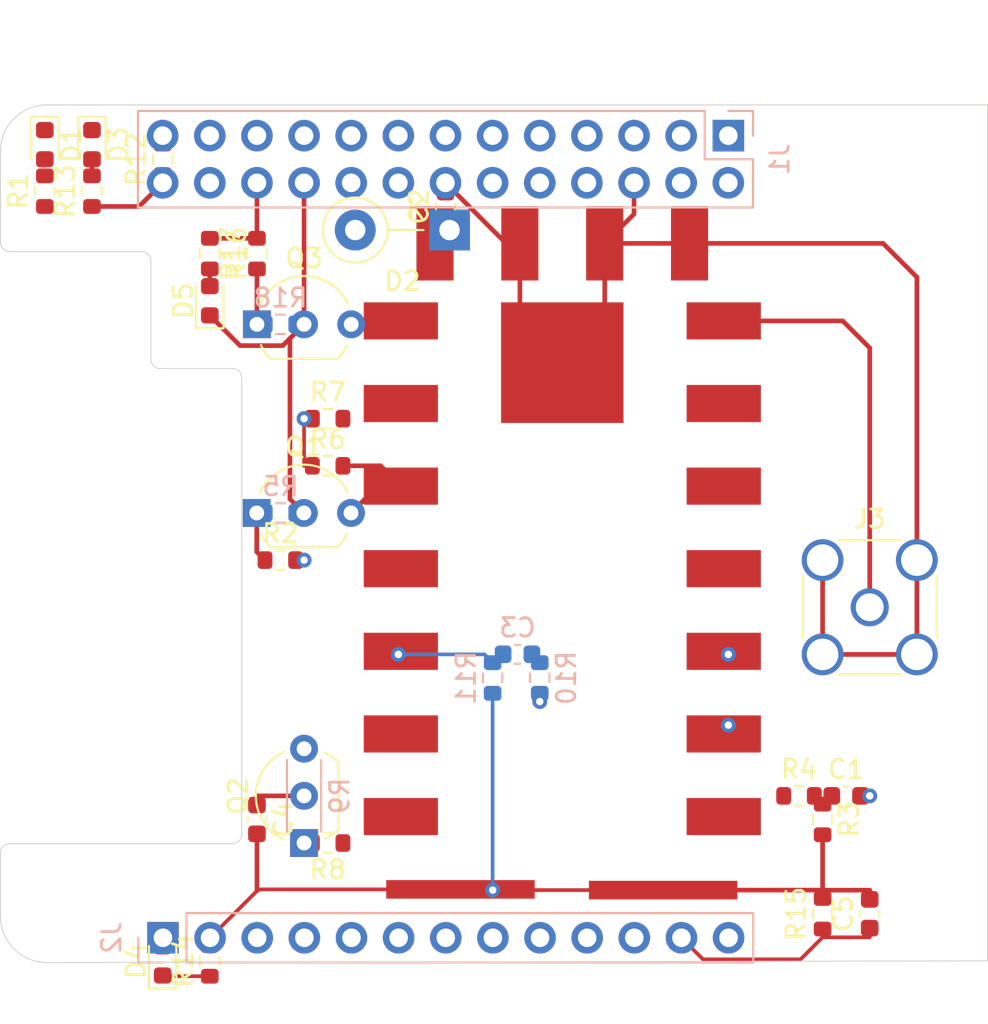
<source format=kicad_pcb>
(kicad_pcb (version 20211014) (generator pcbnew)
  (layers (0 "F.Cu" signal) (1 "In1.Cu" signal) (2 "In2.Cu" signal) (31 "B.Cu" signal) (34 "B.Paste" user) (35 "F.Paste" user) (36 "B.SilkS" user "B.Silkscreen") (37 "F.SilkS" user "F.Silkscreen") (38 "B.Mask" user) (39 "F.Mask" user) (44 "Edge.Cuts" user))
  (net 0 "")
  (net 1 "Net-(C1-Pad1)")
  (net 2 "LINEOUT_R")
  (net 3 "Net-(C2-Pad1)")
  (net 4 "GND")
  (net 5 "Net-(C3-Pad1)")
  (net 6 "Net-(C3-Pad2)")
  (net 7 "+3V3")
  (net 8 "MIC1N")
  (net 9 "Net-(D1-Pad2)")
  (net 10 "+5V")
  (net 11 "Net-(D4-Pad1)")
  (net 12 "Net-(D5-Pad2)")
  (net 13 "/GPIO_12")
  (net 14 "/GPIO_11")
  (net 15 "/GPIO_6")
  (net 16 "UART_TX")
  (net 17 "UART_RX")
  (net 18 "/GPIO_1")
  (net 19 "/GPIO_0")
  (net 20 "/GPIO_3")
  (net 21 "/GPIO_19")
  (net 22 "/GPIO_18")
  (net 23 "/GPIO_15")
  (net 24 "/GPIO_16")
  (net 25 "GPIO_2")
  (net 26 "/GPIO_14")
  (net 27 "/GPIO_7")
  (net 28 "GPIO_10")
  (net 29 "/USB_DM2")
  (net 30 "/USB_DP2")
  (net 31 "/USB_DM3")
  (net 32 "/USB_DP3")
  (net 33 "/LINEOUT_L")
  (net 34 "/TV_OUT")
  (net 35 "/MIC_BIAS")
  (net 36 "MIC1P")
  (net 37 "/CIR_RX")
  (net 38 "/RF_OUT")
  (net 39 "Net-(Q1-Pad1)")
  (net 40 "Net-(Q1-Pad3)")
  (net 41 "Net-(Q2-Pad1)")
  (net 42 "Net-(Q3-Pad1)")
  (net 43 "Net-(Q3-Pad3)")
  (net 44 "Net-(R4-Pad1)")
  (net 45 "Net-(R7-Pad2)")
  (net 46 "Net-(R8-Pad1)")
  (net 47 "GPIO_13")
  (net 48 "Net-(D3-Pad2)")
  (footprint "LED_SMD:LED_0603_1608Metric" (layer "F.Cu") (at 170.18 44.45 90)
    (fp_text reference "D5" (at 0 -1.43 90) (layer "F.SilkS"))
    (fp_text value "Low-power")
    (fp_line (start -1.485 0.735) (end 0.8 0.735) (layer "F.SilkS") (width 0.12))
    (fp_line (start -1.485 -0.735) (end -1.485 0.735) (layer "F.SilkS") (width 0.12))
    (fp_line (start 0.8 -0.735) (end -1.485 -0.735) (layer "F.SilkS") (width 0.12))
    (pad "1" smd roundrect (at -0.7875 0 90) (size 0.875 0.95) (layers "F.Cu" "F.Paste" "F.Mask") (net 4 "GND"))
    (pad "2" smd roundrect (at 0.7875 0 90) (size 0.875 0.95) (layers "F.Cu" "F.Paste" "F.Mask") (net 12 "Net-(D5-Pad2)"))
  )
  (footprint "LED_SMD:LED_0603_1608Metric" (layer "F.Cu") (at 163.83 36.0425 -90)
    (fp_text reference "D3" (at 0 -1.43 90) (layer "F.SilkS"))
    (fp_text value "SQL")
    (fp_line (start -1.485 0.735) (end 0.8 0.735) (layer "F.SilkS") (width 0.12))
    (fp_line (start -1.485 -0.735) (end -1.485 0.735) (layer "F.SilkS") (width 0.12))
    (fp_line (start 0.8 -0.735) (end -1.485 -0.735) (layer "F.SilkS") (width 0.12))
    (pad "1" smd roundrect (at -0.7875 0 270) (size 0.875 0.95) (layers "F.Cu" "F.Paste" "F.Mask") (net 4 "GND"))
    (pad "2" smd roundrect (at 0.7875 0 270) (size 0.875 0.95) (layers "F.Cu" "F.Paste" "F.Mask") (net 48 "Net-(D3-Pad2)"))
  )
  (footprint "LED_SMD:LED_0603_1608Metric" (layer "F.Cu") (at 161.29 36.0425 -90)
    (fp_text reference "D1" (at 0 -1.43 90) (layer "F.SilkS"))
    (fp_text value "PTT")
    (fp_line (start -1.485 0.735) (end 0.8 0.735) (layer "F.SilkS") (width 0.12))
    (fp_line (start 0.8 -0.735) (end -1.485 -0.735) (layer "F.SilkS") (width 0.12))
    (fp_line (start -1.485 -0.735) (end -1.485 0.735) (layer "F.SilkS") (width 0.12))
    (pad "1" smd roundrect (at -0.7875 0 270) (size 0.875 0.95) (layers "F.Cu" "F.Paste" "F.Mask") (net 4 "GND"))
    (pad "2" smd roundrect (at 0.7875 0 270) (size 0.875 0.95) (layers "F.Cu" "F.Paste" "F.Mask") (net 9 "Net-(D1-Pad2)"))
  )
  (footprint "Resistor_SMD:R_0603_1608Metric" (layer "F.Cu") (at 173.978616 58.419999)
    (fp_text reference "R2" (at 0 -1.43) (layer "F.SilkS"))
    (fp_text value "2K2")
    (fp_line (start -0.237258 0.5225) (end 0.237258 0.5225) (layer "F.SilkS") (width 0.12))
    (fp_line (start -0.237258 -0.5225) (end 0.237258 -0.5225) (layer "F.SilkS") (width 0.12))
    (pad "1" smd roundrect (at -0.825 0) (size 0.8 0.95) (layers "F.Cu" "F.Paste" "F.Mask") (net 39 "Net-(Q1-Pad1)"))
    (pad "2" smd roundrect (at 0.825 0) (size 0.8 0.95) (layers "F.Cu" "F.Paste" "F.Mask") (net 47 "GPIO_13"))
  )
  (footprint "Package_TO_SOT_THT:TO-92_Inline_Wide" (layer "F.Cu") (at 175.26 73.66 90)
    (fp_text reference "Q2" (at 2.54 -3.56 90) (layer "F.SilkS"))
    (fp_text value "Q_PNP_BEC")
    (fp_line (start 0.74 1.85) (end 4.34 1.85) (layer "F.SilkS") (width 0.12))
    (fp_arc (start 4.864184 1.122795) (mid 4.633903 1.509328) (end 4.34 1.85) (layer "F.SilkS") (width 0.12))
    (fp_arc (start 0.74 1.85) (mid 0.446097 1.509328) (end 0.215816 1.122795) (layer "F.SilkS") (width 0.12))
    (fp_arc (start 0.1836 -1.098807) (mid 1.143021 -2.192817) (end 2.54 -2.6) (layer "F.SilkS") (width 0.12))
    (fp_arc (start 2.54 -2.6) (mid 3.936979 -2.192818) (end 4.8964 -1.098807) (layer "F.SilkS") (width 0.12))
    (pad "1" thru_hole rect (at 0 0 90) (size 1.5 1.5) (drill 0.8) (layers *.Cu *.Mask) (net 41 "Net-(Q2-Pad1)"))
    (pad "2" thru_hole circle (at 2.54 0 90) (size 1.5 1.5) (drill 0.8) (layers *.Cu *.Mask) (net 7 "+3V3"))
    (pad "3" thru_hole circle (at 5.08 0 90) (size 1.5 1.5) (drill 0.8) (layers *.Cu *.Mask) (net 28 "GPIO_10"))
  )
  (footprint "Resistor_SMD:R_0603_1608Metric" (layer "F.Cu") (at 170.18 41.91 -90)
    (fp_text reference "R16" (at 0 -1.43 90) (layer "F.SilkS"))
    (fp_text value "330R")
    (fp_line (start -0.237258 -0.5225) (end 0.237258 -0.5225) (layer "F.SilkS") (width 0.12))
    (fp_line (start -0.237258 0.5225) (end 0.237258 0.5225) (layer "F.SilkS") (width 0.12))
    (pad "1" smd roundrect (at -0.825 0 270) (size 0.8 0.95) (layers "F.Cu" "F.Paste" "F.Mask") (net 25 "GPIO_2"))
    (pad "2" smd roundrect (at 0.825 0 270) (size 0.8 0.95) (layers "F.Cu" "F.Paste" "F.Mask") (net 12 "Net-(D5-Pad2)"))
  )
  (footprint "Resistor_SMD:R_0603_1608Metric" (layer "F.Cu") (at 172.72 41.91 90)
    (fp_text reference "R17" (at 0 -1.43 90) (layer "F.SilkS"))
    (fp_text value "2K2")
    (fp_line (start -0.237258 -0.5225) (end 0.237258 -0.5225) (layer "F.SilkS") (width 0.12))
    (fp_line (start -0.237258 0.5225) (end 0.237258 0.5225) (layer "F.SilkS") (width 0.12))
    (pad "1" smd roundrect (at -0.825 0 90) (size 0.8 0.95) (layers "F.Cu" "F.Paste" "F.Mask") (net 42 "Net-(Q3-Pad1)"))
    (pad "2" smd roundrect (at 0.825 0 90) (size 0.8 0.95) (layers "F.Cu" "F.Paste" "F.Mask") (net 25 "GPIO_2"))
  )
  (footprint "Resistor_SMD:R_0603_1608Metric" (layer "F.Cu") (at 176.53 53.34)
    (fp_text reference "R6" (at 0 -1.43) (layer "F.SilkS"))
    (fp_text value "4K7")
    (fp_line (start -0.237258 -0.5225) (end 0.237258 -0.5225) (layer "F.SilkS") (width 0.12))
    (fp_line (start -0.237258 0.5225) (end 0.237258 0.5225) (layer "F.SilkS") (width 0.12))
    (pad "1" smd roundrect (at -0.825 0) (size 0.8 0.95) (layers "F.Cu" "F.Paste" "F.Mask") (net 10 "+5V"))
    (pad "2" smd roundrect (at 0.825 0) (size 0.8 0.95) (layers "F.Cu" "F.Paste" "F.Mask") (net 40 "Net-(Q1-Pad3)"))
  )
  (footprint "Resistor_SMD:R_0603_1608Metric" (layer "F.Cu") (at 167.64 36.83 90)
    (fp_text reference "R12" (at 0 -1.43 90) (layer "F.SilkS"))
    (fp_text value "10K")
    (fp_line (start -0.237258 0.5225) (end 0.237258 0.5225) (layer "F.SilkS") (width 0.12))
    (fp_line (start -0.237258 -0.5225) (end 0.237258 -0.5225) (layer "F.SilkS") (width 0.12))
    (pad "1" smd roundrect (at -0.825 0 90) (size 0.8 0.95) (layers "F.Cu" "F.Paste" "F.Mask") (net 28 "GPIO_10"))
    (pad "2" smd roundrect (at 0.825 0 90) (size 0.8 0.95) (layers "F.Cu" "F.Paste" "F.Mask") (net 4 "GND"))
  )
  (footprint "Package_TO_SOT_THT:TO-92_Inline_Wide" (layer "F.Cu") (at 172.70874 55.88)
    (fp_text reference "Q1" (at 2.54 -3.56) (layer "F.SilkS"))
    (fp_text value "Q_NPN_BEC")
    (fp_line (start 0.74 1.85) (end 4.34 1.85) (layer "F.SilkS") (width 0.12))
    (fp_arc (start 0.74 1.85) (mid 0.446097 1.509328) (end 0.215816 1.122795) (layer "F.SilkS") (width 0.12))
    (fp_arc (start 4.864184 1.122795) (mid 4.633903 1.509328) (end 4.34 1.85) (layer "F.SilkS") (width 0.12))
    (fp_arc (start 0.1836 -1.098807) (mid 1.143021 -2.192817) (end 2.54 -2.6) (layer "F.SilkS") (width 0.12))
    (fp_arc (start 2.54 -2.6) (mid 3.936979 -2.192818) (end 4.8964 -1.098807) (layer "F.SilkS") (width 0.12))
    (pad "1" thru_hole rect (at 0 0) (size 1.5 1.5) (drill 0.8) (layers *.Cu *.Mask) (net 39 "Net-(Q1-Pad1)"))
    (pad "2" thru_hole circle (at 2.54 0) (size 1.5 1.5) (drill 0.8) (layers *.Cu *.Mask) (net 4 "GND"))
    (pad "3" thru_hole circle (at 5.08 0) (size 1.5 1.5) (drill 0.8) (layers *.Cu *.Mask) (net 40 "Net-(Q1-Pad3)"))
  )
  (footprint "Resistor_SMD:R_0603_1608Metric" (layer "F.Cu") (at 201.93 71.12)
    (fp_text reference "R4" (at 0 -1.43) (layer "F.SilkS"))
    (fp_text value "10K")
    (fp_line (start -0.237258 -0.5225) (end 0.237258 -0.5225) (layer "F.SilkS") (width 0.12))
    (fp_line (start -0.237258 0.5225) (end 0.237258 0.5225) (layer "F.SilkS") (width 0.12))
    (pad "1" smd roundrect (at -0.825 0) (size 0.8 0.95) (layers "F.Cu" "F.Paste" "F.Mask") (net 44 "Net-(R4-Pad1)"))
    (pad "2" smd roundrect (at 0.825 0) (size 0.8 0.95) (layers "F.Cu" "F.Paste" "F.Mask") (net 1 "Net-(C1-Pad1)"))
  )
  (footprint "SA868:SA868" (layer "F.Cu") (at 189.173653 58.883949 90)
    (fp_text reference "U1" hide)
    (fp_text value "SA868" hide)
    (pad "1" smd rect (at -13.35 -8.7 90) (size 2 4) (layers "F.Cu" "F.Paste" "F.Mask") (net 46 "Net-(R8-Pad1)"))
    (pad "2" smd rect (at -8.9 -8.7 90) (size 2 4) (layers "F.Cu" "F.Paste" "F.Mask"))
    (pad "3" smd rect (at -4.45 -8.7 90) (size 2 4) (layers "F.Cu" "F.Paste" "F.Mask") (net 6 "Net-(C3-Pad2)"))
    (pad "4" smd rect (at 0 -8.7 90) (size 2 4) (layers "F.Cu" "F.Paste" "F.Mask"))
    (pad "5" smd rect (at 4.45 -8.7 90) (size 2 4) (layers "F.Cu" "F.Paste" "F.Mask") (net 40 "Net-(Q1-Pad3)"))
    (pad "6" smd rect (at 8.9 -8.7 90) (size 2 4) (layers "F.Cu" "F.Paste" "F.Mask") (net 45 "Net-(R7-Pad2)"))
    (pad "7" smd rect (at 13.35 -8.7 90) (size 2 4) (layers "F.Cu" "F.Paste" "F.Mask") (net 43 "Net-(Q3-Pad3)"))
    (pad "8" smd rect (at 17.526 -6.858 180) (size 2 4) (layers "F.Cu" "F.Paste" "F.Mask") (net 3 "Net-(C2-Pad1)"))
    (pad "9" smd rect (at 17.526 -2.286 180) (size 2 4) (layers "F.Cu" "F.Paste" "F.Mask") (net 4 "GND"))
    (pad "10" smd rect (at 17.526 2.286 180) (size 2 4) (layers "F.Cu" "F.Paste" "F.Mask") (net 4 "GND"))
    (pad "11" smd rect (at 17.526 6.858 180) (size 2 4) (layers "F.Cu" "F.Paste" "F.Mask") (net 4 "GND"))
    (pad "12" smd rect (at 13.35 8.7 90) (size 2 4) (layers "F.Cu" "F.Paste" "F.Mask") (net 38 "/RF_OUT"))
    (pad "13" smd rect (at 8.9 8.7 90) (size 2 4) (layers "F.Cu" "F.Paste" "F.Mask"))
    (pad "14" smd rect (at 4.45 8.7 90) (size 2 4) (layers "F.Cu" "F.Paste" "F.Mask"))
    (pad "15" smd rect (at 0 8.7 90) (size 2 4) (layers "F.Cu" "F.Paste" "F.Mask"))
    (pad "16" smd rect (at -4.45 8.7 90) (size 2 4) (layers "F.Cu" "F.Paste" "F.Mask") (net 16 "UART_TX"))
    (pad "17" smd rect (at -8.9 8.7 90) (size 2 4) (layers "F.Cu" "F.Paste" "F.Mask") (net 17 "UART_RX"))
    (pad "18" smd rect (at -13.35 8.7 90) (size 2 4) (layers "F.Cu" "F.Paste" "F.Mask") (net 44 "Net-(R4-Pad1)"))
    (pad "19" smd rect (at -17.273955 -5.486791 90) (size 1 8) (layers "F.Cu" "F.Paste" "F.Mask") (net 4 "GND"))
    (pad "19" smd rect (at -17.312651 5.436011 90) (size 1 8) (layers "F.Cu" "F.Paste" "F.Mask") (net 4 "GND"))
    (pad "19" smd rect (at 11.1 0 90) (size 6.5 6.6) (layers "F.Cu" "F.Paste" "F.Mask") (net 4 "GND"))
  )
  (footprint "Diode_THT:D_DO-41_SOD81_P5.08mm_Vertical_KathodeUp" (layer "F.Cu") (at 183.097818 40.64 180)
    (fp_text reference "D2" (at 2.54 -2.750635 180) (layer "F.SilkS"))
    (fp_text value "1N4001")
    (fp_text user "K" (at 1.8 1.1 180) (layer "F.SilkS"))
    (fp_line (start 3.329365 0) (end 1.4 0) (layer "F.SilkS") (width 0.12))
    (fp_circle (center 5.08 0) (end 6.830635 0) (layer "F.SilkS") (width 0.12) (fill none))
    (pad "1" thru_hole rect (at 0 0 180) (size 2.2 2.2) (drill 1.1) (layers *.Cu *.Mask) (net 3 "Net-(C2-Pad1)"))
    (pad "2" thru_hole oval (at 5.08 0 180) (size 2.2 2.2) (drill 1.1) (layers *.Cu *.Mask) (net 10 "+5V"))
  )
  (footprint "Capacitor_SMD:C_0603_1608Metric" (layer "F.Cu") (at 172.72 72.39 -90)
    (fp_text reference "C4" (at 0 -1.43 90) (layer "F.SilkS"))
    (fp_text value "0,1uF")
    (fp_line (start -0.14058 -0.51) (end 0.14058 -0.51) (layer "F.SilkS") (width 0.12))
    (fp_line (start -0.14058 0.51) (end 0.14058 0.51) (layer "F.SilkS") (width 0.12))
    (pad "1" smd roundrect (at -0.775 0 270) (size 0.9 0.95) (layers "F.Cu" "F.Paste" "F.Mask") (net 7 "+3V3"))
    (pad "2" smd roundrect (at 0.775 0 270) (size 0.9 0.95) (layers "F.Cu" "F.Paste" "F.Mask") (net 4 "GND"))
  )
  (footprint "Capacitor_SMD:C_0603_1608Metric" (layer "F.Cu") (at 205.74 77.47 90)
    (fp_text reference "C5" (at 0 -1.43 90) (layer "F.SilkS"))
    (fp_text value "470nF")
    (fp_line (start -0.14058 -0.51) (end 0.14058 -0.51) (layer "F.SilkS") (width 0.12))
    (fp_line (start -0.14058 0.51) (end 0.14058 0.51) (layer "F.SilkS") (width 0.12))
    (pad "1" smd roundrect (at -0.775 0 90) (size 0.9 0.95) (layers "F.Cu" "F.Paste" "F.Mask") (net 8 "MIC1N"))
    (pad "2" smd roundrect (at 0.775 0 90) (size 0.9 0.95) (layers "F.Cu" "F.Paste" "F.Mask") (net 4 "GND"))
  )
  (footprint "Resistor_SMD:R_0603_1608Metric" (layer "F.Cu") (at 203.2 77.47 90)
    (fp_text reference "R15" (at 0 -1.43 90) (layer "F.SilkS"))
    (fp_text value "2K2")
    (fp_line (start -0.237258 0.5225) (end 0.237258 0.5225) (layer "F.SilkS") (width 0.12))
    (fp_line (start -0.237258 -0.5225) (end 0.237258 -0.5225) (layer "F.SilkS") (width 0.12))
    (pad "1" smd roundrect (at -0.825 0 90) (size 0.8 0.95) (layers "F.Cu" "F.Paste" "F.Mask") (net 8 "MIC1N"))
    (pad "2" smd roundrect (at 0.825 0 90) (size 0.8 0.95) (layers "F.Cu" "F.Paste" "F.Mask") (net 4 "GND"))
  )
  (footprint "LED_SMD:LED_0603_1608Metric" (layer "F.Cu") (at 167.64 80.01 90)
    (fp_text reference "D4" (at 0 -1.43 90) (layer "F.SilkS"))
    (fp_text value "5V")
    (fp_line (start 0.8 -0.735) (end -1.485 -0.735) (layer "F.SilkS") (width 0.12))
    (fp_line (start -1.485 0.735) (end 0.8 0.735) (layer "F.SilkS") (width 0.12))
    (fp_line (start -1.485 -0.735) (end -1.485 0.735) (layer "F.SilkS") (width 0.12))
    (pad "1" smd roundrect (at -0.7875 0 90) (size 0.875 0.95) (layers "F.Cu" "F.Paste" "F.Mask") (net 11 "Net-(D4-Pad1)"))
    (pad "2" smd roundrect (at 0.7875 0 90) (size 0.875 0.95) (layers "F.Cu" "F.Paste" "F.Mask") (net 10 "+5V"))
  )
  (footprint "Resistor_SMD:R_0603_1608Metric" (layer "F.Cu") (at 176.53 50.8)
    (fp_text reference "R7" (at 0 -1.43) (layer "F.SilkS"))
    (fp_text value "10K")
    (fp_line (start -0.237258 -0.5225) (end 0.237258 -0.5225) (layer "F.SilkS") (width 0.12))
    (fp_line (start -0.237258 0.5225) (end 0.237258 0.5225) (layer "F.SilkS") (width 0.12))
    (pad "1" smd roundrect (at -0.825 0) (size 0.8 0.95) (layers "F.Cu" "F.Paste" "F.Mask") (net 10 "+5V"))
    (pad "2" smd roundrect (at 0.825 0) (size 0.8 0.95) (layers "F.Cu" "F.Paste" "F.Mask") (net 45 "Net-(R7-Pad2)"))
  )
  (footprint "Capacitor_SMD:C_0603_1608Metric" (layer "F.Cu") (at 204.47 71.12)
    (fp_text reference "C1" (at 0 -1.43) (layer "F.SilkS"))
    (fp_text value "470nF")
    (fp_line (start -0.14058 0.51) (end 0.14058 0.51) (layer "F.SilkS") (width 0.12))
    (fp_line (start -0.14058 -0.51) (end 0.14058 -0.51) (layer "F.SilkS") (width 0.12))
    (pad "1" smd roundrect (at -0.775 0) (size 0.9 0.95) (layers "F.Cu" "F.Paste" "F.Mask") (net 1 "Net-(C1-Pad1)"))
    (pad "2" smd roundrect (at 0.775 0) (size 0.9 0.95) (layers "F.Cu" "F.Paste" "F.Mask") (net 2 "LINEOUT_R"))
  )
  (footprint "Package_TO_SOT_THT:TO-92_Inline_Wide" (layer "F.Cu") (at 172.72 45.72)
    (fp_text reference "Q3" (at 2.54 -3.56) (layer "F.SilkS"))
    (fp_text value "Q_NPN_BEC")
    (fp_line (start 0.74 1.85) (end 4.34 1.85) (layer "F.SilkS") (width 0.12))
    (fp_arc (start 4.864184 1.122795) (mid 4.633903 1.509328) (end 4.34 1.85) (layer "F.SilkS") (width 0.12))
    (fp_arc (start 0.74 1.85) (mid 0.446097 1.509328) (end 0.215816 1.122795) (layer "F.SilkS") (width 0.12))
    (fp_arc (start 2.54 -2.6) (mid 3.936979 -2.192818) (end 4.8964 -1.098807) (layer "F.SilkS") (width 0.12))
    (fp_arc (start 0.1836 -1.098807) (mid 1.143021 -2.192817) (end 2.54 -2.6) (layer "F.SilkS") (width 0.12))
    (pad "1" thru_hole rect (at 0 0) (size 1.5 1.5) (drill 0.8) (layers *.Cu *.Mask) (net 42 "Net-(Q3-Pad1)"))
    (pad "2" thru_hole circle (at 2.54 0) (size 1.5 1.5) (drill 0.8) (layers *.Cu *.Mask) (net 4 "GND"))
    (pad "3" thru_hole circle (at 5.08 0) (size 1.5 1.5) (drill 0.8) (layers *.Cu *.Mask) (net 43 "Net-(Q3-Pad3)"))
  )
  (footprint "Resistor_SMD:R_0603_1608Metric" (layer "F.Cu") (at 170.18 80.01 90)
    (fp_text reference "R14" (at 0 -1.43 90) (layer "F.SilkS"))
    (fp_text value "470R")
    (fp_line (start -0.237258 0.5225) (end 0.237258 0.5225) (layer "F.SilkS") (width 0.12))
    (fp_line (start -0.237258 -0.5225) (end 0.237258 -0.5225) (layer "F.SilkS") (width 0.12))
    (pad "1" smd roundrect (at -0.825 0 90) (size 0.8 0.95) (layers "F.Cu" "F.Paste" "F.Mask") (net 11 "Net-(D4-Pad1)"))
    (pad "2" smd roundrect (at 0.825 0 90) (size 0.8 0.95) (layers "F.Cu" "F.Paste" "F.Mask") (net 4 "GND"))
  )
  (footprint "Capacitor_SMD:C_0603_1608Metric" (layer "F.Cu") (at 182.88 39.37 90)
    (fp_text reference "C2" (at 0 -1.43 90) (layer "F.SilkS"))
    (fp_text value "0,1uF")
    (fp_line (start -0.14058 -0.51) (end 0.14058 -0.51) (layer "F.SilkS") (width 0.12))
    (fp_line (start -0.14058 0.51) (end 0.14058 0.51) (layer "F.SilkS") (width 0.12))
    (pad "1" smd roundrect (at -0.775 0 90) (size 0.9 0.95) (layers "F.Cu" "F.Paste" "F.Mask") (net 3 "Net-(C2-Pad1)"))
    (pad "2" smd roundrect (at 0.775 0 90) (size 0.9 0.95) (layers "F.Cu" "F.Paste" "F.Mask") (net 4 "GND"))
  )
  (footprint "Resistor_SMD:R_0603_1608Metric" (layer "F.Cu") (at 161.29 38.545 90)
    (fp_text reference "R1" (at 0 -1.43 90) (layer "F.SilkS"))
    (fp_text value "330R")
    (fp_line (start -0.237258 -0.5225) (end 0.237258 -0.5225) (layer "F.SilkS") (width 0.12))
    (fp_line (start -0.237258 0.5225) (end 0.237258 0.5225) (layer "F.SilkS") (width 0.12))
    (pad "1" smd roundrect (at -0.825 0 90) (size 0.8 0.95) (layers "F.Cu" "F.Paste" "F.Mask") (net 47 "GPIO_13"))
    (pad "2" smd roundrect (at 0.825 0 90) (size 0.8 0.95) (layers "F.Cu" "F.Paste" "F.Mask") (net 9 "Net-(D1-Pad2)"))
  )
  (footprint "Resistor_SMD:R_0603_1608Metric" (layer "F.Cu") (at 176.53 73.66 180)
    (fp_text reference "R8" (at 0 -1.43) (layer "F.SilkS"))
    (fp_text value "2K2")
    (fp_line (start -0.237258 0.5225) (end 0.237258 0.5225) (layer "F.SilkS") (width 0.12))
    (fp_line (start -0.237258 -0.5225) (end 0.237258 -0.5225) (layer "F.SilkS") (width 0.12))
    (pad "1" smd roundrect (at -0.825 0 180) (size 0.8 0.95) (layers "F.Cu" "F.Paste" "F.Mask") (net 46 "Net-(R8-Pad1)"))
    (pad "2" smd roundrect (at 0.825 0 180) (size 0.8 0.95) (layers "F.Cu" "F.Paste" "F.Mask") (net 41 "Net-(Q2-Pad1)"))
  )
  (footprint "Connector_Coaxial:SMA_Amphenol_132291-12_Vertical" (layer "F.Cu") (at 205.74 60.96)
    (fp_text reference "J3" (at 0 -4.75) (layer "F.SilkS"))
    (fp_text value "Conn_Coaxial")
    (fp_line (start 3.61 -1.66) (end 3.61 1.66) (layer "F.SilkS") (width 0.12))
    (fp_line (start 1.66 3.61) (end -1.66 3.61) (layer "F.SilkS") (width 0.12))
    (fp_line (start 1.66 -3.61) (end -1.66 -3.61) (layer "F.SilkS") (width 0.12))
    (fp_line (start -3.61 -1.66) (end -3.61 1.66) (layer "F.SilkS") (width 0.12))
    (pad "1" thru_hole circle (at 0 0) (size 2.05 2.05) (drill 1.5) (layers *.Cu *.Mask) (net 38 "/RF_OUT"))
    (pad "2" thru_hole circle (at -2.54 2.54) (size 2.25 2.25) (drill 1.7) (layers *.Cu *.Mask) (net 4 "GND"))
    (pad "2" thru_hole circle (at 2.54 -2.54) (size 2.25 2.25) (drill 1.7) (layers *.Cu *.Mask) (net 4 "GND"))
    (pad "2" thru_hole circle (at 2.54 2.54) (size 2.25 2.25) (drill 1.7) (layers *.Cu *.Mask) (net 4 "GND"))
    (pad "2" thru_hole circle (at -2.54 -2.54) (size 2.25 2.25) (drill 1.7) (layers *.Cu *.Mask) (net 4 "GND"))
  )
  (footprint "Resistor_SMD:R_0603_1608Metric" (layer "F.Cu") (at 203.2 72.39 -90)
    (fp_text reference "R3" (at 0 -1.43 90) (layer "F.SilkS"))
    (fp_text value "1K")
    (fp_line (start -0.237258 -0.5225) (end 0.237258 -0.5225) (layer "F.SilkS") (width 0.12))
    (fp_line (start -0.237258 0.5225) (end 0.237258 0.5225) (layer "F.SilkS") (width 0.12))
    (pad "1" smd roundrect (at -0.825 0 270) (size 0.8 0.95) (layers "F.Cu" "F.Paste" "F.Mask") (net 1 "Net-(C1-Pad1)"))
    (pad "2" smd roundrect (at 0.825 0 270) (size 0.8 0.95) (layers "F.Cu" "F.Paste" "F.Mask") (net 4 "GND"))
  )
  (footprint "Resistor_SMD:R_0603_1608Metric" (layer "F.Cu") (at 163.83 38.545 90)
    (fp_text reference "R13" (at 0 -1.43 90) (layer "F.SilkS"))
    (fp_text value "330R")
    (fp_line (start -0.237258 -0.5225) (end 0.237258 -0.5225) (layer "F.SilkS") (width 0.12))
    (fp_line (start -0.237258 0.5225) (end 0.237258 0.5225) (layer "F.SilkS") (width 0.12))
    (pad "1" smd roundrect (at -0.825 0 90) (size 0.8 0.95) (layers "F.Cu" "F.Paste" "F.Mask") (net 28 "GPIO_10"))
    (pad "2" smd roundrect (at 0.825 0 90) (size 0.8 0.95) (layers "F.Cu" "F.Paste" "F.Mask") (net 48 "Net-(D3-Pad2)"))
  )
  (footprint "Resistor_THT:R_Axial_DIN0204_L3.6mm_D1.6mm_P5.08mm_Horizontal" (layer "B.Cu") (at 175.26 73.66 90)
    (fp_text reference "R9" (at 2.54 1.92 90) (layer "B.SilkS") (effects (justify mirror)))
    (fp_text value "47K")
    (fp_line (start 0.62 -0.92) (end 4.46 -0.92) (layer "B.SilkS") (width 0.12))
    (fp_line (start 0.62 0.92) (end 4.46 0.92) (layer "B.SilkS") (width 0.12))
    (pad "1" thru_hole circle (at 0 0 90) (size 1.4 1.4) (drill 0.7) (layers *.Cu *.Mask) (net 41 "Net-(Q2-Pad1)"))
    (pad "2" thru_hole oval (at 5.08 0 90) (size 1.4 1.4) (drill 0.7) (layers *.Cu *.Mask) (net 28 "GPIO_10"))
  )
  (footprint "Resistor_SMD:R_0603_1608Metric" (layer "B.Cu") (at 185.42 64.77 -90)
    (fp_text reference "R11" (at 0 1.43 90) (layer "B.SilkS") (effects (justify mirror)))
    (fp_text value "1K")
    (fp_line (start -0.237258 -0.5225) (end 0.237258 -0.5225) (layer "B.SilkS") (width 0.12))
    (fp_line (start -0.237258 0.5225) (end 0.237258 0.5225) (layer "B.SilkS") (width 0.12))
    (pad "1" smd roundrect (at -0.825 0 270) (size 0.8 0.95) (layers "B.Cu" "B.Paste" "B.Mask") (net 6 "Net-(C3-Pad2)"))
    (pad "2" smd roundrect (at 0.825 0 270) (size 0.8 0.95) (layers "B.Cu" "B.Paste" "B.Mask") (net 4 "GND"))
  )
  (footprint "Capacitor_SMD:C_0603_1608Metric" (layer "B.Cu") (at 186.760444 63.492664 180)
    (fp_text reference "C3" (at 0 1.43) (layer "B.SilkS") (effects (justify mirror)))
    (fp_text value "470nF")
    (fp_line (start -0.14058 -0.51) (end 0.14058 -0.51) (layer "B.SilkS") (width 0.12))
    (fp_line (start -0.14058 0.51) (end 0.14058 0.51) (layer "B.SilkS") (width 0.12))
    (pad "1" smd roundrect (at -0.775 0 180) (size 0.9 0.95) (layers "B.Cu" "B.Paste" "B.Mask") (net 5 "Net-(C3-Pad1)"))
    (pad "2" smd roundrect (at 0.775 0 180) (size 0.9 0.95) (layers "B.Cu" "B.Paste" "B.Mask") (net 6 "Net-(C3-Pad2)"))
  )
  (footprint "Connector_PinSocket_2.54mm:PinSocket_2x13_P2.54mm_Vertical" (layer "B.Cu") (at 198.12 35.555 90)
    (fp_text reference "J1" (at -1.27 2.77 90) (layer "B.SilkS") (effects (justify mirror)))
    (fp_text value "Conn_02x13_Odd_Even")
    (fp_line (start 1.33 1.33) (end 1.33 0) (layer "B.SilkS") (width 0.12))
    (fp_line (start -3.87 1.33) (end -1.27 1.33) (layer "B.SilkS") (width 0.12))
    (fp_line (start -3.87 -31.81) (end 1.33 -31.81) (layer "B.SilkS") (width 0.12))
    (fp_line (start -1.27 -1.27) (end 1.33 -1.27) (layer "B.SilkS") (width 0.12))
    (fp_line (start -1.27 1.33) (end -1.27 -1.27) (layer "B.SilkS") (width 0.12))
    (fp_line (start 0 1.33) (end 1.33 1.33) (layer "B.SilkS") (width 0.12))
    (fp_line (start 1.33 -1.27) (end 1.33 -31.81) (layer "B.SilkS") (width 0.12))
    (fp_line (start -3.87 1.33) (end -3.87 -31.81) (layer "B.SilkS") (width 0.12))
    (pad "1" thru_hole rect (at 0 0 90) (size 1.7 1.7) (drill 1) (layers *.Cu *.Mask) (net 7 "+3V3"))
    (pad "2" thru_hole oval (at -2.54 0 90) (size 1.7 1.7) (drill 1) (layers *.Cu *.Mask) (net 10 "+5V"))
    (pad "3" thru_hole oval (at 0 -2.54 90) (size 1.7 1.7) (drill 1) (layers *.Cu *.Mask) (net 13 "/GPIO_12"))
    (pad "4" thru_hole oval (at -2.54 -2.54 90) (size 1.7 1.7) (drill 1) (layers *.Cu *.Mask) (net 10 "+5V"))
    (pad "5" thru_hole oval (at 0 -5.08 90) (size 1.7 1.7) (drill 1) (layers *.Cu *.Mask) (net 14 "/GPIO_11"))
    (pad "6" thru_hole oval (at -2.54 -5.08 90) (size 1.7 1.7) (drill 1) (layers *.Cu *.Mask) (net 4 "GND"))
    (pad "7" thru_hole oval (at 0 -7.62 90) (size 1.7 1.7) (drill 1) (layers *.Cu *.Mask) (net 15 "/GPIO_6"))
    (pad "8" thru_hole oval (at -2.54 -7.62 90) (size 1.7 1.7) (drill 1) (layers *.Cu *.Mask) (net 16 "UART_TX"))
    (pad "9" thru_hole oval (at 0 -10.16 90) (size 1.7 1.7) (drill 1) (layers *.Cu *.Mask) (net 4 "GND"))
    (pad "10" thru_hole oval (at -2.54 -10.16 90) (size 1.7 1.7) (drill 1) (layers *.Cu *.Mask) (net 17 "UART_RX"))
    (pad "11" thru_hole oval (at 0 -12.7 90) (size 1.7 1.7) (drill 1) (layers *.Cu *.Mask) (net 18 "/GPIO_1"))
    (pad "12" thru_hole oval (at -2.54 -12.7 90) (size 1.7 1.7) (drill 1) (layers *.Cu *.Mask) (net 27 "/GPIO_7"))
    (pad "13" thru_hole oval (at 0 -15.24 90) (size 1.7 1.7) (drill 1) (layers *.Cu *.Mask) (net 19 "/GPIO_0"))
    (pad "14" thru_hole oval (at -2.54 -15.24 90) (size 1.7 1.7) (drill 1) (layers *.Cu *.Mask) (net 4 "GND"))
    (pad "15" thru_hole oval (at 0 -17.78 90) (size 1.7 1.7) (drill 1) (layers *.Cu *.Mask) (net 20 "/GPIO_3"))
    (pad "16" thru_hole oval (at -2.54 -17.78 90) (size 1.7 1.7) (drill 1) (layers *.Cu *.Mask) (net 21 "/GPIO_19"))
    (pad "17" thru_hole oval (at 0 -20.32 90) (size 1.7 1.7) (drill 1) (layers *.Cu *.Mask) (net 7 "+3V3"))
    (pad "18" thru_hole oval (at -2.54 -20.32 90) (size 1.7 1.7) (drill 1) (layers *.Cu *.Mask) (net 22 "/GPIO_18"))
    (pad "19" thru_hole oval (at 0 -22.86 90) (size 1.7 1.7) (drill 1) (layers *.Cu *.Mask) (net 23 "/GPIO_15"))
    (pad "20" thru_hole oval (at -2.54 -22.86 90) (size 1.7 1.7) (drill 1) (layers *.Cu *.Mask) (net 4 "GND"))
    (pad "21" thru_hole oval (at 0 -25.4 90) (size 1.7 1.7) (drill 1) (layers *.Cu *.Mask) (net 24 "/GPIO_16"))
    (pad "22" thru_hole oval (at -2.54 -25.4 90) (size 1.7 1.7) (drill 1) (layers *.Cu *.Mask) (net 25 "GPIO_2"))
    (pad "23" thru_hole oval (at 0 -27.94 90) (size 1.7 1.7) (drill 1) (layers *.Cu *.Mask) (net 26 "/GPIO_14"))
    (pad "24" thru_hole oval (at -2.54 -27.94 90) (size 1.7 1.7) (drill 1) (layers *.Cu *.Mask) (net 47 "GPIO_13"))
    (pad "25" thru_hole oval (at 0 -30.48 90) (size 1.7 1.7) (drill 1) (layers *.Cu *.Mask) (net 4 "GND"))
    (pad "26" thru_hole oval (at -2.54 -30.48 90) (size 1.7 1.7) (drill 1) (layers *.Cu *.Mask) (net 28 "GPIO_10"))
  )
  (footprint "Resistor_SMD:R_0603_1608Metric" (layer "B.Cu") (at 173.99 55.88 180)
    (fp_text reference "R5" (at 0 1.43) (layer "B.SilkS") (effects (justify mirror)))
    (fp_text value "47K")
    (fp_line (start -0.237258 -0.5225) (end 0.237258 -0.5225) (layer "B.SilkS") (width 0.12))
    (fp_line (start -0.237258 0.5225) (end 0.237258 0.5225) (layer "B.SilkS") (width 0.12))
    (pad "1" smd roundrect (at -0.825 0 180) (size 0.8 0.95) (layers "B.Cu" "B.Paste" "B.Mask") (net 4 "GND"))
    (pad "2" smd roundrect (at 0.825 0 180) (size 0.8 0.95) (layers "B.Cu" "B.Paste" "B.Mask") (net 39 "Net-(Q1-Pad1)"))
  )
  (footprint "Connector_PinSocket_2.54mm:PinSocket_1x13_P2.54mm_Vertical" (layer "B.Cu") (at 167.655 78.765 -90)
    (fp_text reference "J2" (at 0 2.77 90) (layer "B.SilkS") (effects (justify mirror)))
    (fp_text value "Conn_01x13")
    (fp_line (start 0 1.33) (end 1.33 1.33) (layer "B.SilkS") (width 0.12))
    (fp_line (start 1.33 -1.27) (end 1.33 -31.81) (layer "B.SilkS") (width 0.12))
    (fp_line (start -1.33 -1.27) (end 1.33 -1.27) (layer "B.SilkS") (width 0.12))
    (fp_line (start -1.33 -31.81) (end 1.33 -31.81) (layer "B.SilkS") (width 0.12))
    (fp_line (start 1.33 1.33) (end 1.33 0) (layer "B.SilkS") (width 0.12))
    (fp_line (start -1.33 -1.27) (end -1.33 -31.81) (layer "B.SilkS") (width 0.12))
    (pad "1" thru_hole rect (at 0 0 270) (size 1.7 1.7) (drill 1) (layers *.Cu *.Mask) (net 10 "+5V"))
    (pad "2" thru_hole oval (at 0 -2.54 270) (size 1.7 1.7) (drill 1) (layers *.Cu *.Mask) (net 4 "GND"))
    (pad "3" thru_hole oval (at 0 -5.08 270) (size 1.7 1.7) (drill 1) (layers *.Cu *.Mask) (net 29 "/USB_DM2"))
    (pad "4" thru_hole oval (at 0 -7.62 270) (size 1.7 1.7) (drill 1) (layers *.Cu *.Mask) (net 30 "/USB_DP2"))
    (pad "5" thru_hole oval (at 0 -10.16 270) (size 1.7 1.7) (drill 1) (layers *.Cu *.Mask) (net 31 "/USB_DM3"))
    (pad "6" thru_hole oval (at 0 -12.7 270) (size 1.7 1.7) (drill 1) (layers *.Cu *.Mask) (net 32 "/USB_DP3"))
    (pad "7" thru_hole oval (at 0 -15.24 270) (size 1.7 1.7) (drill 1) (layers *.Cu *.Mask) (net 2 "LINEOUT_R"))
    (pad "8" thru_hole oval (at 0 -17.78 270) (size 1.7 1.7) (drill 1) (layers *.Cu *.Mask) (net 33 "/LINEOUT_L"))
    (pad "9" thru_hole oval (at 0 -20.32 270) (size 1.7 1.7) (drill 1) (layers *.Cu *.Mask) (net 34 "/TV_OUT"))
    (pad "10" thru_hole oval (at 0 -22.86 270) (size 1.7 1.7) (drill 1) (layers *.Cu *.Mask) (net 35 "/MIC_BIAS"))
    (pad "11" thru_hole oval (at 0 -25.4 270) (size 1.7 1.7) (drill 1) (layers *.Cu *.Mask) (net 36 "MIC1P"))
    (pad "12" thru_hole oval (at 0 -27.94 270) (size 1.7 1.7) (drill 1) (layers *.Cu *.Mask) (net 8 "MIC1N"))
    (pad "13" thru_hole oval (at 0 -30.48 270) (size 1.7 1.7) (drill 1) (layers *.Cu *.Mask) (net 37 "/CIR_RX"))
  )
  (footprint "Resistor_SMD:R_0603_1608Metric" (layer "B.Cu") (at 173.99 45.72 180)
    (fp_text reference "R18" (at 0 1.43) (layer "B.SilkS") (effects (justify mirror)))
    (fp_text value "47K")
    (fp_line (start -0.237258 -0.5225) (end 0.237258 -0.5225) (layer "B.SilkS") (width 0.12))
    (fp_line (start -0.237258 0.5225) (end 0.237258 0.5225) (layer "B.SilkS") (width 0.12))
    (pad "1" smd roundrect (at -0.825 0 180) (size 0.8 0.95) (layers "B.Cu" "B.Paste" "B.Mask") (net 4 "GND"))
    (pad "2" smd roundrect (at 0.825 0 180) (size 0.8 0.95) (layers "B.Cu" "B.Paste" "B.Mask") (net 42 "Net-(Q3-Pad1)"))
  )
  (footprint "Resistor_SMD:R_0603_1608Metric" (layer "B.Cu") (at 187.96 64.77 90)
    (fp_text reference "R10" (at 0 1.43 90) (layer "B.SilkS") (effects (justify mirror)))
    (fp_text value "2K2")
    (fp_line (start -0.237258 -0.5225) (end 0.237258 -0.5225) (layer "B.SilkS") (width 0.12))
    (fp_line (start -0.237258 0.5225) (end 0.237258 0.5225) (layer "B.SilkS") (width 0.12))
    (pad "1" smd roundrect (at -0.825 0 90) (size 0.8 0.95) (layers "B.Cu" "B.Paste" "B.Mask") (net 36 "MIC1P"))
    (pad "2" smd roundrect (at 0.825 0 90) (size 0.8 0.95) (layers "B.Cu" "B.Paste" "B.Mask") (net 5 "Net-(C3-Pad1)"))
  )
  (gr_arc (start 161.4 80.1) (mid 159.632233 79.367767) (end 158.9 77.6) (layer "Edge.Cuts") (width 0.05))
  (gr_arc (start 158.9 36.4) (mid 159.632233 34.632233) (end 161.4 33.9) (layer "Edge.Cuts") (width 0.05))
  (gr_line (start 158.9 74.2) (end 158.9 77.6) (layer "Edge.Cuts") (width 0.05))
  (gr_line (start 158.9 41.3) (end 158.9 36.4) (layer "Edge.Cuts") (width 0.05))
  (gr_arc (start 166.5 41.8) (mid 166.853553 41.946447) (end 167 42.3) (layer "Edge.Cuts") (width 0.05))
  (gr_arc (start 167.5 48.1) (mid 167.146447 47.953553) (end 167 47.6) (layer "Edge.Cuts") (width 0.05))
  (gr_arc (start 171.4 48.1) (mid 171.753553 48.246447) (end 171.9 48.6) (layer "Edge.Cuts") (width 0.05))
  (gr_arc (start 171.9 73.2) (mid 171.753553 73.553553) (end 171.4 73.7) (layer "Edge.Cuts") (width 0.05))
  (gr_arc (start 158.9 74.2) (mid 159.046447 73.846447) (end 159.4 73.7) (layer "Edge.Cuts") (width 0.05))
  (gr_line (start 161.4 80.1) (end 212.09 80.01) (layer "Edge.Cuts") (width 0.05))
  (gr_line (start 159.4 41.8) (end 166.5 41.8) (layer "Edge.Cuts") (width 0.05))
  (gr_line (start 171.9 72) (end 171.9 73.2) (layer "Edge.Cuts") (width 0.05))
  (gr_line (start 171.4 73.7) (end 159.4 73.7) (layer "Edge.Cuts") (width 0.05))
  (gr_line (start 212.09 33.9) (end 161.4 33.9) (layer "Edge.Cuts") (width 0.05))
  (gr_line (start 167 42.3) (end 167 47.6) (layer "Edge.Cuts") (width 0.05))
  (gr_line (start 171.9 48.6) (end 171.9 65.4) (layer "Edge.Cuts") (width 0.05))
  (gr_arc (start 159.4 41.8) (mid 159.046447 41.653553) (end 158.9 41.3) (layer "Edge.Cuts") (width 0.05))
  (gr_line (start 212.09 80.01) (end 212.09 33.9) (layer "Edge.Cuts") (width 0.05))
  (gr_line (start 167.5 48.1) (end 171.4 48.1) (layer "Edge.Cuts") (width 0.05))
  (gr_line (start 171.9 65.4) (end 171.9 72) (layer "Edge.Cuts") (width 0.05))
  (via (at 205.74 71.12) (size 0.8) (drill 0.4) (layers "F.Cu" "B.Cu") (net 2))
  (segment (start 186.142949 41.357949) (end 182.88 38.095) (width 0.25) (layer "F.Cu") (net 4))
  (segment (start 205.74 76.2) (end 203.2 76.2) (width 0.25) (layer "F.Cu") (net 4))
  (segment (start 174.114238 46.865762) (end 175.26 45.72) (width 0.25) (layer "F.Cu") (net 4))
  (segment (start 170.195 78.765) (end 172.74 76.22) (width 0.2) (layer "F.Cu") (net 4))
  (segment (start 194.609664 76.1966) (end 185.4234 76.1966) (width 0.2) (layer "F.Cu") (net 4))
  (segment (start 175.26 45.72) (end 175.26 38.095) (width 0.25) (layer "F.Cu") (net 4))
  (segment (start 203.2 63.5) (end 203.2 58.42) (width 0.25) (layer "F.Cu") (net 4))
  (segment (start 172.802096 76.157904) (end 183.686862 76.157904) (width 0.2) (layer "F.Cu") (net 4))
  (segment (start 206.457949 41.357949) (end 196.031653 41.357949) (width 0.25) (layer "F.Cu") (net 4))
  (segment (start 186.887653 45.497949) (end 189.173653 47.783949) (width 0.25) (layer "F.Cu") (net 4))
  (segment (start 203.2 73.215) (end 203.2 76.2) (width 0.25) (layer "F.Cu") (net 4))
  (segment (start 186.887653 41.357949) (end 186.887653 45.497949) (width 0.25) (layer "F.Cu") (net 4))
  (segment (start 196.031653 41.357949) (end 191.459653 41.357949) (width 0.25) (layer "F.Cu") (net 4))
  (segment (start 175.24874 55.88) (end 174.49874 55.13) (width 0.25) (layer "F.Cu") (net 4))
  (segment (start 172.72 76.2) (end 172.74 76.22) (width 0.25) (layer "F.Cu") (net 4))
  (segment (start 203.2 76.2) (end 203.2 76.695) (width 0.25) (layer "F.Cu") (net 4))
  (segment (start 208.28 58.42) (end 208.28 43.18) (width 0.25) (layer "F.Cu") (net 4))
  (segment (start 174.49874 46.48126) (end 175.26 45.72) (width 0.25) (layer "F.Cu") (net 4))
  (segment (start 186.887653 41.357949) (end 186.142949 41.357949) (width 0.25) (layer "F.Cu") (net 4))
  (segment (start 203.2 76.2) (end 203.1966 76.1966) (width 0.25) (layer "F.Cu") (net 4))
  (segment (start 172.72 73.165) (end 172.72 76.2) (width 0.25) (layer "F.Cu") (net 4))
  (segment (start 183.725558 76.1966) (end 183.686862 76.157904) (width 0.2) (layer "F.Cu") (net 4))
  (segment (start 208.28 58.42) (end 208.28 63.5) (width 0.25) (layer "F.Cu") (net 4))
  (segment (start 208.28 63.5) (end 203.2 63.5) (width 0.25) (layer "F.Cu") (net 4))
  (segment (start 205.74 76.645) (end 205.74 76.2) (width 0.25) (layer "F.Cu") (net 4))
  (segment (start 172.74 76.22) (end 172.802096 76.157904) (width 0.2) (layer "F.Cu") (net 4))
  (segment (start 185.4234 76.1966) (end 183.725558 76.1966) (width 0.2) (layer "F.Cu") (net 4))
  (segment (start 193.04 39.777602) (end 193.04 38.095) (width 0.25) (layer "F.Cu") (net 4))
  (segment (start 203.1966 76.1966) (end 194.609664 76.1966) (width 0.25) (layer "F.Cu") (net 4))
  (segment (start 191.459653 41.357949) (end 193.04 39.777602) (width 0.25) (layer "F.Cu") (net 4))
  (segment (start 208.28 43.18) (end 206.457949 41.357949) (width 0.25) (layer "F.Cu") (net 4))
  (segment (start 191.459653 41.357949) (end 191.459653 45.497949) (width 0.25) (layer "F.Cu") (net 4))
  (segment (start 191.459653 45.497949) (end 189.173653 47.783949) (width 0.25) (layer "F.Cu") (net 4))
  (segment (start 170.18 45.2375) (end 171.808262 46.865762) (width 0.25) (layer "F.Cu") (net 4))
  (segment (start 174.49874 55.13) (end 174.49874 46.48126) (width 0.25) (layer "F.Cu") (net 4))
  (segment (start 171.808262 46.865762) (end 174.114238 46.865762) (width 0.25) (layer "F.Cu") (net 4))
  (via (at 185.4234 76.1966) (size 0.8) (drill 0.4) (layers "F.Cu" "B.Cu") (net 4))
  (segment (start 185.4234 76.1966) (end 185.42 76.1932) (width 0.2) (layer "B.Cu") (net 4))
  (segment (start 185.42 76.1932) (end 185.42 65.595) (width 0.2) (layer "B.Cu") (net 4))
  (via (at 180.34 63.5) (size 0.8) (drill 0.4) (layers "F.Cu" "B.Cu") (net 6))
  (segment (start 185.42 63.945) (end 184.975 63.5) (width 0.2) (layer "B.Cu") (net 6))
  (segment (start 184.975 63.5) (end 180.34 63.5) (width 0.2) (layer "B.Cu") (net 6))
  (segment (start 172.72 71.12) (end 175.26 71.12) (width 0.25) (layer "F.Cu") (net 7))
  (segment (start 172.72 71.615) (end 172.72 71.12) (width 0.25) (layer "F.Cu") (net 7))
  (segment (start 203.2 78.74) (end 203.2 78.245) (width 0.2) (layer "F.Cu") (net 8))
  (segment (start 202.012127 79.927873) (end 196.757873 79.927873) (width 0.2) (layer "F.Cu") (net 8))
  (segment (start 205.74 78.74) (end 203.2 78.74) (width 0.2) (layer "F.Cu") (net 8))
  (segment (start 203.2 78.74) (end 202.012127 79.927873) (width 0.2) (layer "F.Cu") (net 8))
  (segment (start 196.757873 79.927873) (end 195.595 78.765) (width 0.2) (layer "F.Cu") (net 8))
  (segment (start 205.74 78.295) (end 205.74 78.74) (width 0.2) (layer "F.Cu") (net 8))
  (segment (start 175.26 53.34) (end 175.705 53.34) (width 0.2) (layer "F.Cu") (net 10))
  (segment (start 175.26 50.8) (end 175.26 53.34) (width 0.2) (layer "F.Cu") (net 10))
  (via (at 177.8 40.64) (size 0.8) (drill 0.4) (layers "F.Cu" "B.Cu") (net 10))
  (via (at 175.26 50.8) (size 0.8) (drill 0.4) (layers "F.Cu" "B.Cu") (net 10))
  (segment (start 167.6775 80.835) (end 170.18 80.835) (width 0.2) (layer "F.Cu") (net 11))
  (segment (start 167.64 80.7975) (end 167.6775 80.835) (width 0.2) (layer "F.Cu") (net 11))
  (segment (start 170.18 42.735) (end 170.18 43.6625) (width 0.25) (layer "F.Cu") (net 12))
  (via (at 198.12 63.5) (size 0.8) (drill 0.4) (layers "F.Cu" "B.Cu") (net 16))
  (via (at 198.12 67.31) (size 0.8) (drill 0.4) (layers "F.Cu" "B.Cu") (net 17))
  (segment (start 170.18 41.085) (end 172.72 41.085) (width 0.25) (layer "F.Cu") (net 25))
  (segment (start 172.72 41.085) (end 172.72 38.095) (width 0.25) (layer "F.Cu") (net 25))
  (segment (start 167.64 38.1) (end 166.37 39.37) (width 0.25) (layer "F.Cu") (net 28))
  (segment (start 166.37 39.37) (end 163.83 39.37) (width 0.25) (layer "F.Cu") (net 28))
  (via (at 167.64 38.1) (size 0.8) (drill 0.4) (layers "F.Cu" "B.Cu") (net 28))
  (via (at 187.96 66.04) (size 0.8) (drill 0.4) (layers "F.Cu" "B.Cu") (net 36))
  (segment (start 205.74 60.96) (end 205.74 46.99) (width 0.25) (layer "F.Cu") (net 38))
  (segment (start 204.283949 45.533949) (end 197.873653 45.533949) (width 0.25) (layer "F.Cu") (net 38))
  (segment (start 205.74 46.99) (end 204.283949 45.533949) (width 0.25) (layer "F.Cu") (net 38))
  (segment (start 172.70874 57.975123) (end 173.153616 58.419999) (width 0.25) (layer "F.Cu") (net 39))
  (segment (start 172.70874 55.88) (end 172.70874 57.975123) (width 0.25) (layer "F.Cu") (net 39))
  (segment (start 177.78874 55.88) (end 179.234791 54.433949) (width 0.25) (layer "F.Cu") (net 40))
  (segment (start 177.8 53.34) (end 179.379704 53.34) (width 0.25) (layer "F.Cu") (net 40))
  (segment (start 179.234791 54.433949) (end 180.473653 54.433949) (width 0.25) (layer "F.Cu") (net 40))
  (segment (start 179.379704 53.34) (end 180.473653 54.433949) (width 0.25) (layer "F.Cu") (net 40))
  (segment (start 172.72 45.72) (end 172.72 42.735) (width 0.25) (layer "F.Cu") (net 42))
  (via (at 175.26 58.42) (size 0.8) (drill 0.4) (layers "F.Cu" "B.Cu") (net 47))
  (via (at 170.18 38.1) (size 0.8) (drill 0.4) (layers "F.Cu" "B.Cu") (net 47))
  (segment (start 163.83 37.72) (end 163.83 36.83) (width 0.25) (layer "F.Cu") (net 48))
)
</source>
